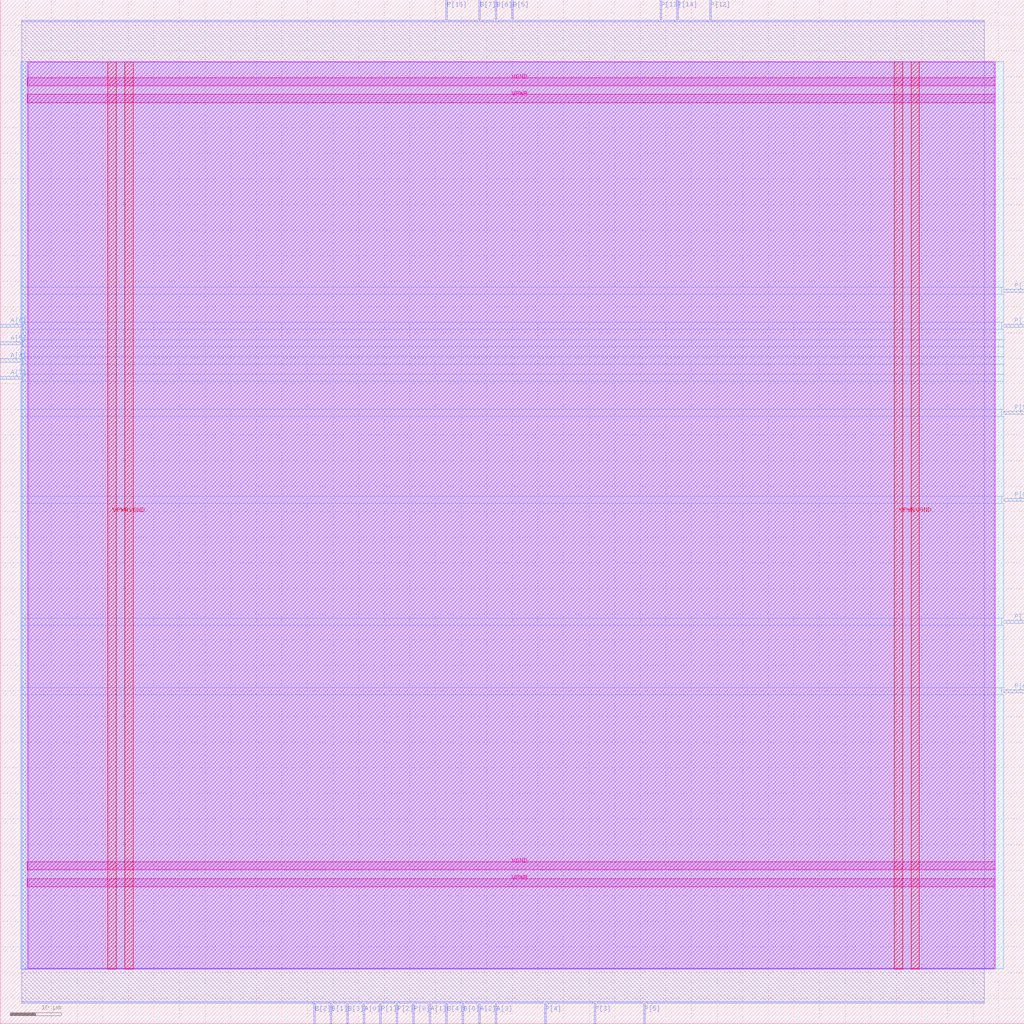
<source format=lef>
VERSION 5.7 ;
  NOWIREEXTENSIONATPIN ON ;
  DIVIDERCHAR "/" ;
  BUSBITCHARS "[]" ;
MACRO mult8_2bits_1op_e17161
  CLASS BLOCK ;
  FOREIGN mult8_2bits_1op_e17161 ;
  ORIGIN 0.000 0.000 ;
  SIZE 200.000 BY 200.000 ;
  PIN A[0]
    DIRECTION INPUT ;
    USE SIGNAL ;
    ANTENNAGATEAREA 0.742500 ;
    PORT
      LAYER met2 ;
        RECT 70.930 0.000 71.210 4.000 ;
    END
  END A[0]
  PIN A[1]
    DIRECTION INPUT ;
    USE SIGNAL ;
    ANTENNAGATEAREA 0.247500 ;
    PORT
      LAYER met2 ;
        RECT 83.810 0.000 84.090 4.000 ;
    END
  END A[1]
  PIN A[2]
    DIRECTION INPUT ;
    USE SIGNAL ;
    ANTENNAGATEAREA 0.196500 ;
    PORT
      LAYER met2 ;
        RECT 93.470 0.000 93.750 4.000 ;
    END
  END A[2]
  PIN A[3]
    DIRECTION INPUT ;
    USE SIGNAL ;
    ANTENNAGATEAREA 0.213000 ;
    PORT
      LAYER met2 ;
        RECT 96.690 0.000 96.970 4.000 ;
    END
  END A[3]
  PIN A[4]
    DIRECTION INPUT ;
    USE SIGNAL ;
    ANTENNAGATEAREA 0.213000 ;
    PORT
      LAYER met3 ;
        RECT 0.000 129.240 4.000 129.840 ;
    END
  END A[4]
  PIN A[5]
    DIRECTION INPUT ;
    USE SIGNAL ;
    ANTENNAGATEAREA 0.213000 ;
    PORT
      LAYER met3 ;
        RECT 0.000 132.640 4.000 133.240 ;
    END
  END A[5]
  PIN A[6]
    DIRECTION INPUT ;
    USE SIGNAL ;
    ANTENNAGATEAREA 0.213000 ;
    PORT
      LAYER met3 ;
        RECT 0.000 136.040 4.000 136.640 ;
    END
  END A[6]
  PIN A[7]
    DIRECTION INPUT ;
    USE SIGNAL ;
    ANTENNAGATEAREA 0.159000 ;
    PORT
      LAYER met3 ;
        RECT 0.000 125.840 4.000 126.440 ;
    END
  END A[7]
  PIN B[0]
    DIRECTION INPUT ;
    USE SIGNAL ;
    ANTENNAGATEAREA 0.742500 ;
    PORT
      LAYER met2 ;
        RECT 90.250 0.000 90.530 4.000 ;
    END
  END B[0]
  PIN B[1]
    DIRECTION INPUT ;
    USE SIGNAL ;
    ANTENNAGATEAREA 0.495000 ;
    PORT
      LAYER met2 ;
        RECT 64.490 0.000 64.770 4.000 ;
    END
  END B[1]
  PIN B[2]
    DIRECTION INPUT ;
    USE SIGNAL ;
    ANTENNAGATEAREA 0.213000 ;
    PORT
      LAYER met2 ;
        RECT 61.270 0.000 61.550 4.000 ;
    END
  END B[2]
  PIN B[3]
    DIRECTION INPUT ;
    USE SIGNAL ;
    ANTENNAGATEAREA 0.213000 ;
    PORT
      LAYER met2 ;
        RECT 67.710 0.000 67.990 4.000 ;
    END
  END B[3]
  PIN B[4]
    DIRECTION INPUT ;
    USE SIGNAL ;
    ANTENNAGATEAREA 0.159000 ;
    PORT
      LAYER met2 ;
        RECT 87.030 0.000 87.310 4.000 ;
    END
  END B[4]
  PIN B[5]
    DIRECTION INPUT ;
    USE SIGNAL ;
    ANTENNAGATEAREA 0.213000 ;
    PORT
      LAYER met2 ;
        RECT 99.910 196.000 100.190 200.000 ;
    END
  END B[5]
  PIN B[6]
    DIRECTION INPUT ;
    USE SIGNAL ;
    ANTENNAGATEAREA 0.213000 ;
    PORT
      LAYER met2 ;
        RECT 96.690 196.000 96.970 200.000 ;
    END
  END B[6]
  PIN B[7]
    DIRECTION INPUT ;
    USE SIGNAL ;
    ANTENNAGATEAREA 0.126000 ;
    PORT
      LAYER met2 ;
        RECT 93.470 196.000 93.750 200.000 ;
    END
  END B[7]
  PIN P[0]
    DIRECTION OUTPUT ;
    USE SIGNAL ;
    ANTENNADIFFAREA 0.445500 ;
    PORT
      LAYER met2 ;
        RECT 80.590 0.000 80.870 4.000 ;
    END
  END P[0]
  PIN P[10]
    DIRECTION OUTPUT ;
    USE SIGNAL ;
    ANTENNADIFFAREA 1.336500 ;
    PORT
      LAYER met3 ;
        RECT 196.000 136.040 200.000 136.640 ;
    END
  END P[10]
  PIN P[11]
    DIRECTION OUTPUT ;
    USE SIGNAL ;
    ANTENNADIFFAREA 1.336500 ;
    PORT
      LAYER met3 ;
        RECT 196.000 142.840 200.000 143.440 ;
    END
  END P[11]
  PIN P[12]
    DIRECTION OUTPUT ;
    USE SIGNAL ;
    ANTENNADIFFAREA 1.336500 ;
    PORT
      LAYER met2 ;
        RECT 138.550 196.000 138.830 200.000 ;
    END
  END P[12]
  PIN P[13]
    DIRECTION OUTPUT ;
    USE SIGNAL ;
    ANTENNADIFFAREA 1.336500 ;
    PORT
      LAYER met2 ;
        RECT 128.890 196.000 129.170 200.000 ;
    END
  END P[13]
  PIN P[14]
    DIRECTION OUTPUT ;
    USE SIGNAL ;
    ANTENNADIFFAREA 0.891000 ;
    PORT
      LAYER met2 ;
        RECT 132.110 196.000 132.390 200.000 ;
    END
  END P[14]
  PIN P[15]
    DIRECTION OUTPUT ;
    USE SIGNAL ;
    ANTENNADIFFAREA 1.782000 ;
    PORT
      LAYER met2 ;
        RECT 87.030 196.000 87.310 200.000 ;
    END
  END P[15]
  PIN P[1]
    DIRECTION OUTPUT ;
    USE SIGNAL ;
    ANTENNADIFFAREA 0.445500 ;
    PORT
      LAYER met2 ;
        RECT 74.150 0.000 74.430 4.000 ;
    END
  END P[1]
  PIN P[2]
    DIRECTION OUTPUT ;
    USE SIGNAL ;
    ANTENNADIFFAREA 0.445500 ;
    PORT
      LAYER met2 ;
        RECT 77.370 0.000 77.650 4.000 ;
    END
  END P[2]
  PIN P[3]
    DIRECTION OUTPUT ;
    USE SIGNAL ;
    ANTENNADIFFAREA 0.445500 ;
    PORT
      LAYER met2 ;
        RECT 116.010 0.000 116.290 4.000 ;
    END
  END P[3]
  PIN P[4]
    DIRECTION OUTPUT ;
    USE SIGNAL ;
    ANTENNADIFFAREA 0.445500 ;
    PORT
      LAYER met2 ;
        RECT 106.350 0.000 106.630 4.000 ;
    END
  END P[4]
  PIN P[5]
    DIRECTION OUTPUT ;
    USE SIGNAL ;
    ANTENNADIFFAREA 0.445500 ;
    PORT
      LAYER met2 ;
        RECT 125.670 0.000 125.950 4.000 ;
    END
  END P[5]
  PIN P[6]
    DIRECTION OUTPUT ;
    USE SIGNAL ;
    ANTENNADIFFAREA 1.336500 ;
    PORT
      LAYER met3 ;
        RECT 196.000 64.640 200.000 65.240 ;
    END
  END P[6]
  PIN P[7]
    DIRECTION OUTPUT ;
    USE SIGNAL ;
    ANTENNADIFFAREA 1.336500 ;
    PORT
      LAYER met3 ;
        RECT 196.000 78.240 200.000 78.840 ;
    END
  END P[7]
  PIN P[8]
    DIRECTION OUTPUT ;
    USE SIGNAL ;
    ANTENNADIFFAREA 0.891000 ;
    PORT
      LAYER met3 ;
        RECT 196.000 102.040 200.000 102.640 ;
    END
  END P[8]
  PIN P[9]
    DIRECTION OUTPUT ;
    USE SIGNAL ;
    ANTENNADIFFAREA 1.336500 ;
    PORT
      LAYER met3 ;
        RECT 196.000 119.040 200.000 119.640 ;
    END
  END P[9]
  PIN VGND
    DIRECTION INOUT ;
    USE GROUND ;
    PORT
      LAYER met4 ;
        RECT 24.340 10.640 25.940 187.920 ;
    END
    PORT
      LAYER met4 ;
        RECT 177.940 10.640 179.540 187.920 ;
    END
    PORT
      LAYER met5 ;
        RECT 5.280 30.030 194.360 31.630 ;
    END
    PORT
      LAYER met5 ;
        RECT 5.280 183.210 194.360 184.810 ;
    END
  END VGND
  PIN VPWR
    DIRECTION INOUT ;
    USE POWER ;
    PORT
      LAYER met4 ;
        RECT 21.040 10.640 22.640 187.920 ;
    END
    PORT
      LAYER met4 ;
        RECT 174.640 10.640 176.240 187.920 ;
    END
    PORT
      LAYER met5 ;
        RECT 5.280 26.730 194.360 28.330 ;
    END
    PORT
      LAYER met5 ;
        RECT 5.280 179.910 194.360 181.510 ;
    END
  END VPWR
  OBS
      LAYER nwell ;
        RECT 5.330 10.795 194.310 187.870 ;
      LAYER li1 ;
        RECT 5.520 10.795 194.120 187.765 ;
      LAYER met1 ;
        RECT 4.210 10.640 194.120 187.920 ;
      LAYER met2 ;
        RECT 4.230 195.720 86.750 196.000 ;
        RECT 87.590 195.720 93.190 196.000 ;
        RECT 94.030 195.720 96.410 196.000 ;
        RECT 97.250 195.720 99.630 196.000 ;
        RECT 100.470 195.720 128.610 196.000 ;
        RECT 129.450 195.720 131.830 196.000 ;
        RECT 132.670 195.720 138.270 196.000 ;
        RECT 139.110 195.720 192.190 196.000 ;
        RECT 4.230 4.280 192.190 195.720 ;
        RECT 4.230 4.000 60.990 4.280 ;
        RECT 61.830 4.000 64.210 4.280 ;
        RECT 65.050 4.000 67.430 4.280 ;
        RECT 68.270 4.000 70.650 4.280 ;
        RECT 71.490 4.000 73.870 4.280 ;
        RECT 74.710 4.000 77.090 4.280 ;
        RECT 77.930 4.000 80.310 4.280 ;
        RECT 81.150 4.000 83.530 4.280 ;
        RECT 84.370 4.000 86.750 4.280 ;
        RECT 87.590 4.000 89.970 4.280 ;
        RECT 90.810 4.000 93.190 4.280 ;
        RECT 94.030 4.000 96.410 4.280 ;
        RECT 97.250 4.000 106.070 4.280 ;
        RECT 106.910 4.000 115.730 4.280 ;
        RECT 116.570 4.000 125.390 4.280 ;
        RECT 126.230 4.000 192.190 4.280 ;
      LAYER met3 ;
        RECT 3.990 143.840 196.000 187.845 ;
        RECT 3.990 142.440 195.600 143.840 ;
        RECT 3.990 137.040 196.000 142.440 ;
        RECT 4.400 135.640 195.600 137.040 ;
        RECT 3.990 133.640 196.000 135.640 ;
        RECT 4.400 132.240 196.000 133.640 ;
        RECT 3.990 130.240 196.000 132.240 ;
        RECT 4.400 128.840 196.000 130.240 ;
        RECT 3.990 126.840 196.000 128.840 ;
        RECT 4.400 125.440 196.000 126.840 ;
        RECT 3.990 120.040 196.000 125.440 ;
        RECT 3.990 118.640 195.600 120.040 ;
        RECT 3.990 103.040 196.000 118.640 ;
        RECT 3.990 101.640 195.600 103.040 ;
        RECT 3.990 79.240 196.000 101.640 ;
        RECT 3.990 77.840 195.600 79.240 ;
        RECT 3.990 65.640 196.000 77.840 ;
        RECT 3.990 64.240 195.600 65.640 ;
        RECT 3.990 10.715 196.000 64.240 ;
  END
END mult8_2bits_1op_e17161
END LIBRARY


</source>
